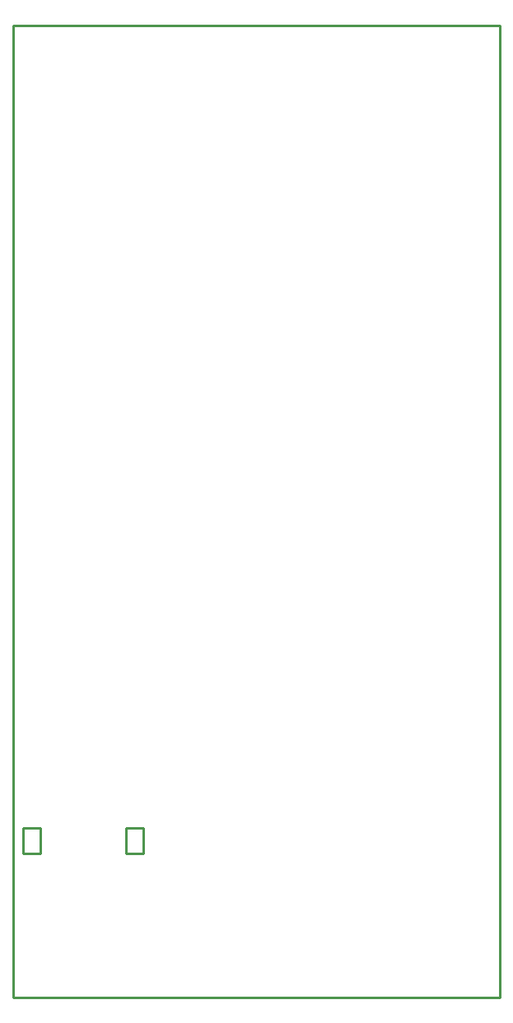
<source format=gko>
G04*
G04 #@! TF.GenerationSoftware,Altium Limited,Altium Designer,22.4.2 (48)*
G04*
G04 Layer_Color=16711935*
%FSLAX25Y25*%
%MOIN*%
G70*
G04*
G04 #@! TF.SameCoordinates,BF995A2F-270A-488B-8232-C5E1CECBCCF0*
G04*
G04*
G04 #@! TF.FilePolarity,Positive*
G04*
G01*
G75*
%ADD11C,0.01000*%
D11*
X193000Y-393701D02*
X196748D01*
X196850D02*
Y0D01*
X193000D02*
X196748D01*
X10878Y-335291D02*
Y-325055D01*
X3791Y-335291D02*
Y-325055D01*
Y-335291D02*
X10878D01*
X3791Y-325055D02*
X10878D01*
X52610Y-335291D02*
Y-325055D01*
X45524Y-335291D02*
Y-325055D01*
Y-335291D02*
X52610D01*
X45524Y-325055D02*
X52610D01*
X0Y-393701D02*
X196850D01*
X0D02*
Y0D01*
X1500D01*
X0D02*
X196850D01*
M02*

</source>
